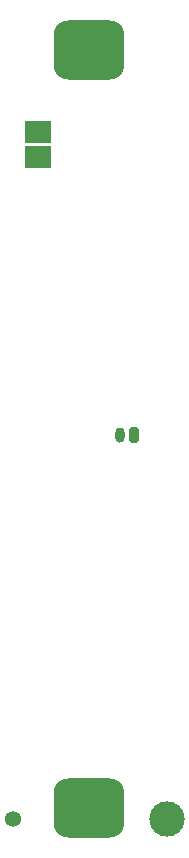
<source format=gbr>
%TF.GenerationSoftware,KiCad,Pcbnew,8.0.6*%
%TF.CreationDate,2024-11-08T20:03:32-06:00*%
%TF.ProjectId,lora micronode,6c6f7261-206d-4696-9372-6f6e6f64652e,rev?*%
%TF.SameCoordinates,Original*%
%TF.FileFunction,Soldermask,Bot*%
%TF.FilePolarity,Negative*%
%FSLAX46Y46*%
G04 Gerber Fmt 4.6, Leading zero omitted, Abs format (unit mm)*
G04 Created by KiCad (PCBNEW 8.0.6) date 2024-11-08 20:03:32*
%MOMM*%
%LPD*%
G01*
G04 APERTURE LIST*
G04 Aperture macros list*
%AMRoundRect*
0 Rectangle with rounded corners*
0 $1 Rounding radius*
0 $2 $3 $4 $5 $6 $7 $8 $9 X,Y pos of 4 corners*
0 Add a 4 corners polygon primitive as box body*
4,1,4,$2,$3,$4,$5,$6,$7,$8,$9,$2,$3,0*
0 Add four circle primitives for the rounded corners*
1,1,$1+$1,$2,$3*
1,1,$1+$1,$4,$5*
1,1,$1+$1,$6,$7*
1,1,$1+$1,$8,$9*
0 Add four rect primitives between the rounded corners*
20,1,$1+$1,$2,$3,$4,$5,0*
20,1,$1+$1,$4,$5,$6,$7,0*
20,1,$1+$1,$6,$7,$8,$9,0*
20,1,$1+$1,$8,$9,$2,$3,0*%
G04 Aperture macros list end*
%ADD10RoundRect,0.200000X0.200000X0.450000X-0.200000X0.450000X-0.200000X-0.450000X0.200000X-0.450000X0*%
%ADD11O,0.800000X1.300000*%
%ADD12R,2.300000X1.900000*%
%ADD13RoundRect,1.250000X1.750000X-1.250000X1.750000X1.250000X-1.750000X1.250000X-1.750000X-1.250000X0*%
%ADD14C,1.360000*%
%ADD15C,3.000000*%
G04 APERTURE END LIST*
D10*
%TO.C,SC1*%
X134874000Y-86106000D03*
D11*
X133624001Y-86106000D03*
%TD*%
D12*
%TO.C,U2*%
X126691000Y-60446000D03*
X126691000Y-62546000D03*
%TD*%
D13*
%TO.C,BT1*%
X131064000Y-117667000D03*
X131064000Y-53467000D03*
%TD*%
D14*
%TO.C,AE1*%
X124568000Y-118618000D03*
D15*
X137668000Y-118618000D03*
%TD*%
M02*

</source>
